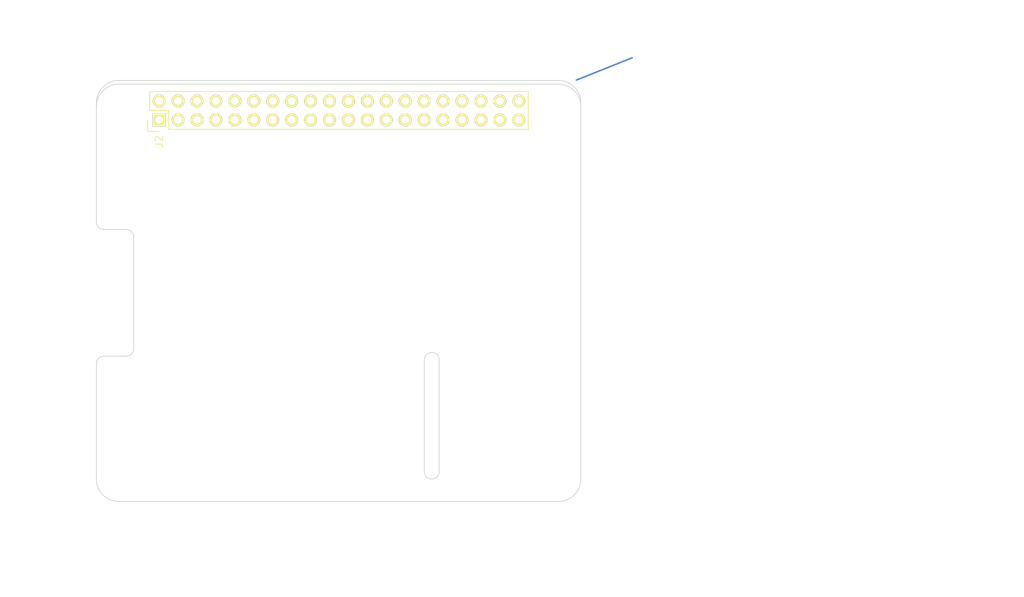
<source format=kicad_pcb>
(kicad_pcb (version 20240108) (generator "pcbnew") (generator_version "8.0")
  (layers (0 "F.Cu" signal) (31 "B.Cu" signal) (34 "B.Paste" user) (35 "F.Paste" user) (36 "B.SilkS" user "B.Silkscreen") (37 "F.SilkS" user "F.Silkscreen") (38 "B.Mask" user) (39 "F.Mask" user) (44 "Edge.Cuts" user))
  (net 0 "")
  (footprint "RPI_Hat:RPi_Hat_Mounting_Hole" (layer "F.Cu") (at 165.1 66.04)
    (property "Reference" "" (hide yes))
    (property "Value" "" (hide yes))
    (pad "" np_thru_hole circle (at 0 0) (size 2.75 2.75) (drill 2.75) (layers "*.Cu" "*.Mask") (clearance 1.725))
  )
  (footprint "RPI_Hat:RPi_Hat_Mounting_Hole" (layer "F.Cu") (at 107.1 66.04)
    (property "Reference" "" (hide yes))
    (property "Value" "" (hide yes))
    (pad "" np_thru_hole circle (at 0 0) (size 2.75 2.75) (drill 2.75) (layers "*.Cu" "*.Mask") (clearance 1.725))
  )
  (footprint "RPI_Hat:RPi_Hat_Mounting_Hole" (layer "F.Cu") (at 107.1 115.04)
    (property "Reference" "" (hide yes))
    (property "Value" "" (hide yes))
    (pad "" np_thru_hole circle (at 0 0) (size 2.75 2.75) (drill 2.75) (layers "*.Cu" "*.Mask") (clearance 1.725))
  )
  (footprint "RPI_Hat:RPi_Hat_Mounting_Hole" (layer "F.Cu") (at 165.1 115.04)
    (property "Reference" "" (hide yes))
    (property "Value" "" (hide yes))
    (pad "" np_thru_hole circle (at 0 0) (size 2.75 2.75) (drill 2.75) (layers "*.Cu" "*.Mask") (clearance 1.725))
  )
  (footprint "RPI_Hat:Pin_Header_Straight_2x20" (layer "F.Cu") (at 136.15 66.07 90)
    (property "Reference" "J2" (at -4.191 -24.13 -90) (layer "F.SilkS"))
    (property "Value" "RPi_GPIO")
    (fp_line (start -1.27 -25.68) (end -2.82 -25.68) (stroke (width 0.15)) (layer "F.SilkS"))
    (fp_line (start -2.82 -25.68) (end -2.82 -24.13) (stroke (width 0.15)) (layer "F.SilkS"))
    (fp_line (start 2.54 -25.4) (end 0 -25.4) (stroke (width 0.15)) (layer "F.SilkS"))
    (fp_line (start 0 -25.4) (end 0 -22.86) (stroke (width 0.15)) (layer "F.SilkS"))
    (fp_line (start 0 -22.86) (end -2.54 -22.86) (stroke (width 0.15)) (layer "F.SilkS"))
    (fp_line (start -2.54 -22.86) (end -2.54 25.4) (stroke (width 0.15)) (layer "F.SilkS"))
    (fp_line (start 2.54 25.4) (end 2.54 -25.4) (stroke (width 0.15)) (layer "F.SilkS"))
    (fp_line (start 2.54 25.4) (end -2.54 25.4) (stroke (width 0.15)) (layer "F.SilkS"))
    (pad "1" thru_hole rect (at -1.27 -24.13 90) (size 1.7272 1.7272) (drill 1.016) (layers "*.Cu" "*.Mask" "F.SilkS"))
    (pad "2" thru_hole oval (at 1.27 -24.13 90) (size 1.7272 1.7272) (drill 1.016) (layers "*.Cu" "*.Mask" "F.SilkS"))
    (pad "3" thru_hole oval (at -1.27 -21.59 90) (size 1.7272 1.7272) (drill 1.016) (layers "*.Cu" "*.Mask" "F.SilkS"))
    (pad "4" thru_hole oval (at 1.27 -21.59 90) (size 1.7272 1.7272) (drill 1.016) (layers "*.Cu" "*.Mask" "F.SilkS"))
    (pad "5" thru_hole oval (at -1.27 -19.05 90) (size 1.7272 1.7272) (drill 1.016) (layers "*.Cu" "*.Mask" "F.SilkS"))
    (pad "6" thru_hole oval (at 1.27 -19.05 90) (size 1.7272 1.7272) (drill 1.016) (layers "*.Cu" "*.Mask" "F.SilkS"))
    (pad "7" thru_hole oval (at -1.27 -16.51 90) (size 1.7272 1.7272) (drill 1.016) (layers "*.Cu" "*.Mask" "F.SilkS"))
    (pad "8" thru_hole oval (at 1.27 -16.51 90) (size 1.7272 1.7272) (drill 1.016) (layers "*.Cu" "*.Mask" "F.SilkS"))
    (pad "9" thru_hole oval (at -1.27 -13.97 90) (size 1.7272 1.7272) (drill 1.016) (layers "*.Cu" "*.Mask" "F.SilkS"))
    (pad "10" thru_hole oval (at 1.27 -13.97 90) (size 1.7272 1.7272) (drill 1.016) (layers "*.Cu" "*.Mask" "F.SilkS"))
    (pad "11" thru_hole oval (at -1.27 -11.43 90) (size 1.7272 1.7272) (drill 1.016) (layers "*.Cu" "*.Mask" "F.SilkS"))
    (pad "12" thru_hole oval (at 1.27 -11.43 90) (size 1.7272 1.7272) (drill 1.016) (layers "*.Cu" "*.Mask" "F.SilkS"))
    (pad "13" thru_hole oval (at -1.27 -8.89 90) (size 1.7272 1.7272) (drill 1.016) (layers "*.Cu" "*.Mask" "F.SilkS"))
    (pad "14" thru_hole oval (at 1.27 -8.89 90) (size 1.7272 1.7272) (drill 1.016) (layers "*.Cu" "*.Mask" "F.SilkS"))
    (pad "15" thru_hole oval (at -1.27 -6.35 90) (size 1.7272 1.7272) (drill 1.016) (layers "*.Cu" "*.Mask" "F.SilkS"))
    (pad "16" thru_hole oval (at 1.27 -6.35 90) (size 1.7272 1.7272) (drill 1.016) (layers "*.Cu" "*.Mask" "F.SilkS"))
    (pad "17" thru_hole oval (at -1.27 -3.81 90) (size 1.7272 1.7272) (drill 1.016) (layers "*.Cu" "*.Mask" "F.SilkS"))
    (pad "18" thru_hole oval (at 1.27 -3.81 90) (size 1.7272 1.7272) (drill 1.016) (layers "*.Cu" "*.Mask" "F.SilkS"))
    (pad "19" thru_hole oval (at -1.27 -1.27 90) (size 1.7272 1.7272) (drill 1.016) (layers "*.Cu" "*.Mask" "F.SilkS"))
    (pad "20" thru_hole oval (at 1.27 -1.27 90) (size 1.7272 1.7272) (drill 1.016) (layers "*.Cu" "*.Mask" "F.SilkS"))
    (pad "21" thru_hole oval (at -1.27 1.27 90) (size 1.7272 1.7272) (drill 1.016) (layers "*.Cu" "*.Mask" "F.SilkS"))
    (pad "22" thru_hole oval (at 1.27 1.27 90) (size 1.7272 1.7272) (drill 1.016) (layers "*.Cu" "*.Mask" "F.SilkS"))
    (pad "23" thru_hole oval (at -1.27 3.81 90) (size 1.7272 1.7272) (drill 1.016) (layers "*.Cu" "*.Mask" "F.SilkS"))
    (pad "24" thru_hole oval (at 1.27 3.81 90) (size 1.7272 1.7272) (drill 1.016) (layers "*.Cu" "*.Mask" "F.SilkS"))
    (pad "25" thru_hole oval (at -1.27 6.35 90) (size 1.7272 1.7272) (drill 1.016) (layers "*.Cu" "*.Mask" "F.SilkS"))
    (pad "26" thru_hole oval (at 1.27 6.35 90) (size 1.7272 1.7272) (drill 1.016) (layers "*.Cu" "*.Mask" "F.SilkS"))
    (pad "27" thru_hole oval (at -1.27 8.89 90) (size 1.7272 1.7272) (drill 1.016) (layers "*.Cu" "*.Mask" "F.SilkS"))
    (pad "28" thru_hole oval (at 1.27 8.89 90) (size 1.7272 1.7272) (drill 1.016) (layers "*.Cu" "*.Mask" "F.SilkS"))
    (pad "29" thru_hole oval (at -1.27 11.43 90) (size 1.7272 1.7272) (drill 1.016) (layers "*.Cu" "*.Mask" "F.SilkS"))
    (pad "30" thru_hole oval (at 1.27 11.43 90) (size 1.7272 1.7272) (drill 1.016) (layers "*.Cu" "*.Mask" "F.SilkS"))
    (pad "31" thru_hole oval (at -1.27 13.97 90) (size 1.7272 1.7272) (drill 1.016) (layers "*.Cu" "*.Mask" "F.SilkS"))
    (pad "32" thru_hole oval (at 1.27 13.97 90) (size 1.7272 1.7272) (drill 1.016) (layers "*.Cu" "*.Mask" "F.SilkS"))
    (pad "33" thru_hole oval (at -1.27 16.51 90) (size 1.7272 1.7272) (drill 1.016) (layers "*.Cu" "*.Mask" "F.SilkS"))
    (pad "34" thru_hole oval (at 1.27 16.51 90) (size 1.7272 1.7272) (drill 1.016) (layers "*.Cu" "*.Mask" "F.SilkS"))
    (pad "35" thru_hole oval (at -1.27 19.05 90) (size 1.7272 1.7272) (drill 1.016) (layers "*.Cu" "*.Mask" "F.SilkS"))
    (pad "36" thru_hole oval (at 1.27 19.05 90) (size 1.7272 1.7272) (drill 1.016) (layers "*.Cu" "*.Mask" "F.SilkS"))
    (pad "37" thru_hole oval (at -1.27 21.59 90) (size 1.7272 1.7272) (drill 1.016) (layers "*.Cu" "*.Mask" "F.SilkS"))
    (pad "38" thru_hole oval (at 1.27 21.59 90) (size 1.7272 1.7272) (drill 1.016) (layers "*.Cu" "*.Mask" "F.SilkS"))
    (pad "39" thru_hole oval (at -1.27 24.13 90) (size 1.7272 1.7272) (drill 1.016) (layers "*.Cu" "*.Mask" "F.SilkS"))
    (pad "40" thru_hole oval (at 1.27 24.13 90) (size 1.7272 1.7272) (drill 1.016) (layers "*.Cu" "*.Mask" "F.SilkS"))
  )
  (gr_line (start 175.5 59) (end 168 62) (stroke (width 0.2)) (layer "B.Cu"))
  (gr_arc (start 165.6 62.04) (mid 167.72132 62.91868) (end 168.6 65.04) (stroke (width 0.1)) (layer "Edge.Cuts"))
  (gr_arc (start 103.6 65.04) (mid 104.47868 62.91868) (end 106.6 62.04) (stroke (width 0.1)) (layer "Edge.Cuts"))
  (gr_arc (start 106.6 118.54) (mid 104.47868 117.66132) (end 103.6 115.54) (stroke (width 0.1)) (layer "Edge.Cuts"))
  (gr_arc (start 168.6 115.54) (mid 167.72132 117.66132) (end 165.6 118.54) (stroke (width 0.1)) (layer "Edge.Cuts"))
  (gr_arc (start 104.6 82.04) (mid 103.892893 81.747107) (end 103.6 81.04) (stroke (width 0.1)) (layer "Edge.Cuts"))
  (gr_arc (start 107.6 82.04) (mid 108.307107 82.332893) (end 108.6 83.04) (stroke (width 0.1)) (layer "Edge.Cuts"))
  (gr_arc (start 108.6 98.04) (mid 108.307107 98.747107) (end 107.6 99.04) (stroke (width 0.1)) (layer "Edge.Cuts"))
  (gr_arc (start 103.6 100.04) (mid 103.892893 99.332893) (end 104.6 99.04) (stroke (width 0.1)) (layer "Edge.Cuts"))
  (gr_line (start 149.6 99.54) (end 149.6 114.54) (stroke (width 0.1)) (layer "Edge.Cuts"))
  (gr_arc (start 149.6 114.54) (mid 148.6 115.54) (end 147.6 114.54) (stroke (width 0.1)) (layer "Edge.Cuts"))
  (gr_arc (start 103.6 65.54) (mid 104.47868 63.41868) (end 106.6 62.54) (stroke (width 0.1)) (layer "Edge.Cuts"))
  (gr_line (start 106.6 62.54) (end 165.6 62.54) (stroke (width 0.1)) (layer "Edge.Cuts"))
  (gr_arc (start 165.6 62.54) (mid 167.72132 63.41868) (end 168.6 65.54) (stroke (width 0.1)) (layer "Edge.Cuts"))
  (gr_line (start 103.6 65.04) (end 103.6 81.04) (stroke (width 0.1)) (layer "Edge.Cuts"))
  (gr_line (start 106.6 118.54) (end 165.6 118.54) (stroke (width 0.1)) (layer "Edge.Cuts"))
  (gr_line (start 104.6 99.04) (end 107.6 99.04) (stroke (width 0.1)) (layer "Edge.Cuts"))
  (gr_line (start 108.6 83.04) (end 108.6 98.04) (stroke (width 0.1)) (layer "Edge.Cuts"))
  (gr_line (start 168.6 65.04) (end 168.6 115.54) (stroke (width 0.1)) (layer "Edge.Cuts"))
  (gr_line (start 104.6 82.04) (end 107.6 82.04) (stroke (width 0.1)) (layer "Edge.Cuts"))
  (gr_arc (start 147.6 99.54) (mid 148.6 98.54) (end 149.6 99.54) (stroke (width 0.1)) (layer "Edge.Cuts"))
  (gr_line (start 147.6 99.54) (end 147.6 114.54) (stroke (width 0.1)) (layer "Edge.Cuts"))
  (gr_line (start 106.6 62.04) (end 165.6 62.04) (stroke (width 0.1)) (layer "Edge.Cuts"))
  (gr_line (start 103.6 100.04) (end 103.6 115.54) (stroke (width 0.1)) (layer "Edge.Cuts"))
)
</source>
